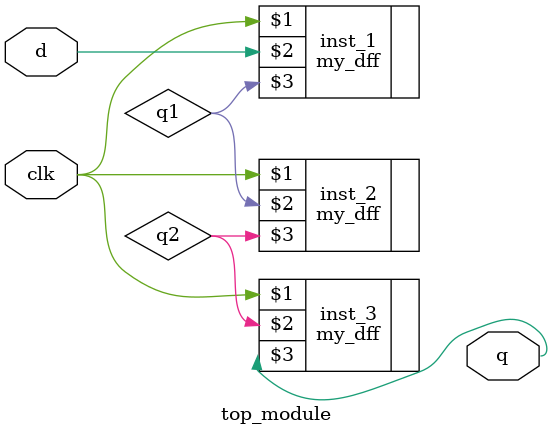
<source format=v>
module top_module ( input clk, input d, output q );
    wire q1, q2;
    
    my_dff inst_1 (clk, d, q1);
    my_dff inst_2 (clk, q1, q2);
    my_dff inst_3 (clk, q2, q);
    
endmodule

</source>
